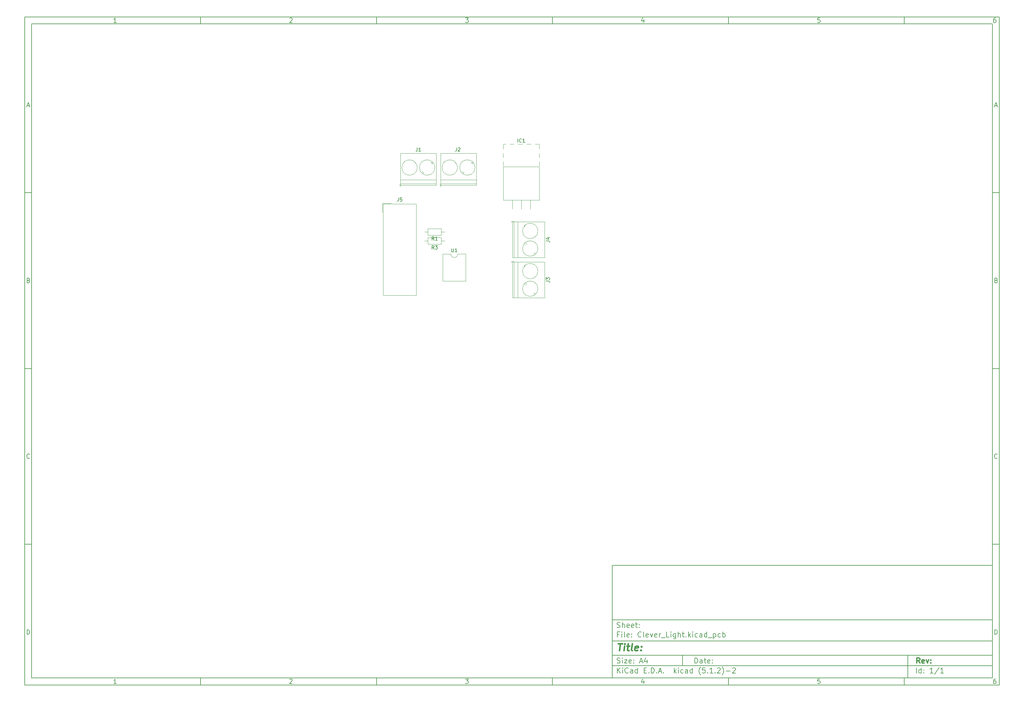
<source format=gbr>
G04 #@! TF.GenerationSoftware,KiCad,Pcbnew,(5.1.2)-2*
G04 #@! TF.CreationDate,2019-08-12T18:41:55+03:00*
G04 #@! TF.ProjectId,Clever_Light,436c6576-6572-45f4-9c69-6768742e6b69,rev?*
G04 #@! TF.SameCoordinates,Original*
G04 #@! TF.FileFunction,Legend,Top*
G04 #@! TF.FilePolarity,Positive*
%FSLAX46Y46*%
G04 Gerber Fmt 4.6, Leading zero omitted, Abs format (unit mm)*
G04 Created by KiCad (PCBNEW (5.1.2)-2) date 2019-08-12 18:41:55*
%MOMM*%
%LPD*%
G04 APERTURE LIST*
%ADD10C,0.100000*%
%ADD11C,0.150000*%
%ADD12C,0.300000*%
%ADD13C,0.400000*%
%ADD14C,0.120000*%
G04 APERTURE END LIST*
D10*
D11*
X177002200Y-166007200D02*
X177002200Y-198007200D01*
X285002200Y-198007200D01*
X285002200Y-166007200D01*
X177002200Y-166007200D01*
D10*
D11*
X10000000Y-10000000D02*
X10000000Y-200007200D01*
X287002200Y-200007200D01*
X287002200Y-10000000D01*
X10000000Y-10000000D01*
D10*
D11*
X12000000Y-12000000D02*
X12000000Y-198007200D01*
X285002200Y-198007200D01*
X285002200Y-12000000D01*
X12000000Y-12000000D01*
D10*
D11*
X60000000Y-12000000D02*
X60000000Y-10000000D01*
D10*
D11*
X110000000Y-12000000D02*
X110000000Y-10000000D01*
D10*
D11*
X160000000Y-12000000D02*
X160000000Y-10000000D01*
D10*
D11*
X210000000Y-12000000D02*
X210000000Y-10000000D01*
D10*
D11*
X260000000Y-12000000D02*
X260000000Y-10000000D01*
D10*
D11*
X36065476Y-11588095D02*
X35322619Y-11588095D01*
X35694047Y-11588095D02*
X35694047Y-10288095D01*
X35570238Y-10473809D01*
X35446428Y-10597619D01*
X35322619Y-10659523D01*
D10*
D11*
X85322619Y-10411904D02*
X85384523Y-10350000D01*
X85508333Y-10288095D01*
X85817857Y-10288095D01*
X85941666Y-10350000D01*
X86003571Y-10411904D01*
X86065476Y-10535714D01*
X86065476Y-10659523D01*
X86003571Y-10845238D01*
X85260714Y-11588095D01*
X86065476Y-11588095D01*
D10*
D11*
X135260714Y-10288095D02*
X136065476Y-10288095D01*
X135632142Y-10783333D01*
X135817857Y-10783333D01*
X135941666Y-10845238D01*
X136003571Y-10907142D01*
X136065476Y-11030952D01*
X136065476Y-11340476D01*
X136003571Y-11464285D01*
X135941666Y-11526190D01*
X135817857Y-11588095D01*
X135446428Y-11588095D01*
X135322619Y-11526190D01*
X135260714Y-11464285D01*
D10*
D11*
X185941666Y-10721428D02*
X185941666Y-11588095D01*
X185632142Y-10226190D02*
X185322619Y-11154761D01*
X186127380Y-11154761D01*
D10*
D11*
X236003571Y-10288095D02*
X235384523Y-10288095D01*
X235322619Y-10907142D01*
X235384523Y-10845238D01*
X235508333Y-10783333D01*
X235817857Y-10783333D01*
X235941666Y-10845238D01*
X236003571Y-10907142D01*
X236065476Y-11030952D01*
X236065476Y-11340476D01*
X236003571Y-11464285D01*
X235941666Y-11526190D01*
X235817857Y-11588095D01*
X235508333Y-11588095D01*
X235384523Y-11526190D01*
X235322619Y-11464285D01*
D10*
D11*
X285941666Y-10288095D02*
X285694047Y-10288095D01*
X285570238Y-10350000D01*
X285508333Y-10411904D01*
X285384523Y-10597619D01*
X285322619Y-10845238D01*
X285322619Y-11340476D01*
X285384523Y-11464285D01*
X285446428Y-11526190D01*
X285570238Y-11588095D01*
X285817857Y-11588095D01*
X285941666Y-11526190D01*
X286003571Y-11464285D01*
X286065476Y-11340476D01*
X286065476Y-11030952D01*
X286003571Y-10907142D01*
X285941666Y-10845238D01*
X285817857Y-10783333D01*
X285570238Y-10783333D01*
X285446428Y-10845238D01*
X285384523Y-10907142D01*
X285322619Y-11030952D01*
D10*
D11*
X60000000Y-198007200D02*
X60000000Y-200007200D01*
D10*
D11*
X110000000Y-198007200D02*
X110000000Y-200007200D01*
D10*
D11*
X160000000Y-198007200D02*
X160000000Y-200007200D01*
D10*
D11*
X210000000Y-198007200D02*
X210000000Y-200007200D01*
D10*
D11*
X260000000Y-198007200D02*
X260000000Y-200007200D01*
D10*
D11*
X36065476Y-199595295D02*
X35322619Y-199595295D01*
X35694047Y-199595295D02*
X35694047Y-198295295D01*
X35570238Y-198481009D01*
X35446428Y-198604819D01*
X35322619Y-198666723D01*
D10*
D11*
X85322619Y-198419104D02*
X85384523Y-198357200D01*
X85508333Y-198295295D01*
X85817857Y-198295295D01*
X85941666Y-198357200D01*
X86003571Y-198419104D01*
X86065476Y-198542914D01*
X86065476Y-198666723D01*
X86003571Y-198852438D01*
X85260714Y-199595295D01*
X86065476Y-199595295D01*
D10*
D11*
X135260714Y-198295295D02*
X136065476Y-198295295D01*
X135632142Y-198790533D01*
X135817857Y-198790533D01*
X135941666Y-198852438D01*
X136003571Y-198914342D01*
X136065476Y-199038152D01*
X136065476Y-199347676D01*
X136003571Y-199471485D01*
X135941666Y-199533390D01*
X135817857Y-199595295D01*
X135446428Y-199595295D01*
X135322619Y-199533390D01*
X135260714Y-199471485D01*
D10*
D11*
X185941666Y-198728628D02*
X185941666Y-199595295D01*
X185632142Y-198233390D02*
X185322619Y-199161961D01*
X186127380Y-199161961D01*
D10*
D11*
X236003571Y-198295295D02*
X235384523Y-198295295D01*
X235322619Y-198914342D01*
X235384523Y-198852438D01*
X235508333Y-198790533D01*
X235817857Y-198790533D01*
X235941666Y-198852438D01*
X236003571Y-198914342D01*
X236065476Y-199038152D01*
X236065476Y-199347676D01*
X236003571Y-199471485D01*
X235941666Y-199533390D01*
X235817857Y-199595295D01*
X235508333Y-199595295D01*
X235384523Y-199533390D01*
X235322619Y-199471485D01*
D10*
D11*
X285941666Y-198295295D02*
X285694047Y-198295295D01*
X285570238Y-198357200D01*
X285508333Y-198419104D01*
X285384523Y-198604819D01*
X285322619Y-198852438D01*
X285322619Y-199347676D01*
X285384523Y-199471485D01*
X285446428Y-199533390D01*
X285570238Y-199595295D01*
X285817857Y-199595295D01*
X285941666Y-199533390D01*
X286003571Y-199471485D01*
X286065476Y-199347676D01*
X286065476Y-199038152D01*
X286003571Y-198914342D01*
X285941666Y-198852438D01*
X285817857Y-198790533D01*
X285570238Y-198790533D01*
X285446428Y-198852438D01*
X285384523Y-198914342D01*
X285322619Y-199038152D01*
D10*
D11*
X10000000Y-60000000D02*
X12000000Y-60000000D01*
D10*
D11*
X10000000Y-110000000D02*
X12000000Y-110000000D01*
D10*
D11*
X10000000Y-160000000D02*
X12000000Y-160000000D01*
D10*
D11*
X10690476Y-35216666D02*
X11309523Y-35216666D01*
X10566666Y-35588095D02*
X11000000Y-34288095D01*
X11433333Y-35588095D01*
D10*
D11*
X11092857Y-84907142D02*
X11278571Y-84969047D01*
X11340476Y-85030952D01*
X11402380Y-85154761D01*
X11402380Y-85340476D01*
X11340476Y-85464285D01*
X11278571Y-85526190D01*
X11154761Y-85588095D01*
X10659523Y-85588095D01*
X10659523Y-84288095D01*
X11092857Y-84288095D01*
X11216666Y-84350000D01*
X11278571Y-84411904D01*
X11340476Y-84535714D01*
X11340476Y-84659523D01*
X11278571Y-84783333D01*
X11216666Y-84845238D01*
X11092857Y-84907142D01*
X10659523Y-84907142D01*
D10*
D11*
X11402380Y-135464285D02*
X11340476Y-135526190D01*
X11154761Y-135588095D01*
X11030952Y-135588095D01*
X10845238Y-135526190D01*
X10721428Y-135402380D01*
X10659523Y-135278571D01*
X10597619Y-135030952D01*
X10597619Y-134845238D01*
X10659523Y-134597619D01*
X10721428Y-134473809D01*
X10845238Y-134350000D01*
X11030952Y-134288095D01*
X11154761Y-134288095D01*
X11340476Y-134350000D01*
X11402380Y-134411904D01*
D10*
D11*
X10659523Y-185588095D02*
X10659523Y-184288095D01*
X10969047Y-184288095D01*
X11154761Y-184350000D01*
X11278571Y-184473809D01*
X11340476Y-184597619D01*
X11402380Y-184845238D01*
X11402380Y-185030952D01*
X11340476Y-185278571D01*
X11278571Y-185402380D01*
X11154761Y-185526190D01*
X10969047Y-185588095D01*
X10659523Y-185588095D01*
D10*
D11*
X287002200Y-60000000D02*
X285002200Y-60000000D01*
D10*
D11*
X287002200Y-110000000D02*
X285002200Y-110000000D01*
D10*
D11*
X287002200Y-160000000D02*
X285002200Y-160000000D01*
D10*
D11*
X285692676Y-35216666D02*
X286311723Y-35216666D01*
X285568866Y-35588095D02*
X286002200Y-34288095D01*
X286435533Y-35588095D01*
D10*
D11*
X286095057Y-84907142D02*
X286280771Y-84969047D01*
X286342676Y-85030952D01*
X286404580Y-85154761D01*
X286404580Y-85340476D01*
X286342676Y-85464285D01*
X286280771Y-85526190D01*
X286156961Y-85588095D01*
X285661723Y-85588095D01*
X285661723Y-84288095D01*
X286095057Y-84288095D01*
X286218866Y-84350000D01*
X286280771Y-84411904D01*
X286342676Y-84535714D01*
X286342676Y-84659523D01*
X286280771Y-84783333D01*
X286218866Y-84845238D01*
X286095057Y-84907142D01*
X285661723Y-84907142D01*
D10*
D11*
X286404580Y-135464285D02*
X286342676Y-135526190D01*
X286156961Y-135588095D01*
X286033152Y-135588095D01*
X285847438Y-135526190D01*
X285723628Y-135402380D01*
X285661723Y-135278571D01*
X285599819Y-135030952D01*
X285599819Y-134845238D01*
X285661723Y-134597619D01*
X285723628Y-134473809D01*
X285847438Y-134350000D01*
X286033152Y-134288095D01*
X286156961Y-134288095D01*
X286342676Y-134350000D01*
X286404580Y-134411904D01*
D10*
D11*
X285661723Y-185588095D02*
X285661723Y-184288095D01*
X285971247Y-184288095D01*
X286156961Y-184350000D01*
X286280771Y-184473809D01*
X286342676Y-184597619D01*
X286404580Y-184845238D01*
X286404580Y-185030952D01*
X286342676Y-185278571D01*
X286280771Y-185402380D01*
X286156961Y-185526190D01*
X285971247Y-185588095D01*
X285661723Y-185588095D01*
D10*
D11*
X200434342Y-193785771D02*
X200434342Y-192285771D01*
X200791485Y-192285771D01*
X201005771Y-192357200D01*
X201148628Y-192500057D01*
X201220057Y-192642914D01*
X201291485Y-192928628D01*
X201291485Y-193142914D01*
X201220057Y-193428628D01*
X201148628Y-193571485D01*
X201005771Y-193714342D01*
X200791485Y-193785771D01*
X200434342Y-193785771D01*
X202577200Y-193785771D02*
X202577200Y-193000057D01*
X202505771Y-192857200D01*
X202362914Y-192785771D01*
X202077200Y-192785771D01*
X201934342Y-192857200D01*
X202577200Y-193714342D02*
X202434342Y-193785771D01*
X202077200Y-193785771D01*
X201934342Y-193714342D01*
X201862914Y-193571485D01*
X201862914Y-193428628D01*
X201934342Y-193285771D01*
X202077200Y-193214342D01*
X202434342Y-193214342D01*
X202577200Y-193142914D01*
X203077200Y-192785771D02*
X203648628Y-192785771D01*
X203291485Y-192285771D02*
X203291485Y-193571485D01*
X203362914Y-193714342D01*
X203505771Y-193785771D01*
X203648628Y-193785771D01*
X204720057Y-193714342D02*
X204577200Y-193785771D01*
X204291485Y-193785771D01*
X204148628Y-193714342D01*
X204077200Y-193571485D01*
X204077200Y-193000057D01*
X204148628Y-192857200D01*
X204291485Y-192785771D01*
X204577200Y-192785771D01*
X204720057Y-192857200D01*
X204791485Y-193000057D01*
X204791485Y-193142914D01*
X204077200Y-193285771D01*
X205434342Y-193642914D02*
X205505771Y-193714342D01*
X205434342Y-193785771D01*
X205362914Y-193714342D01*
X205434342Y-193642914D01*
X205434342Y-193785771D01*
X205434342Y-192857200D02*
X205505771Y-192928628D01*
X205434342Y-193000057D01*
X205362914Y-192928628D01*
X205434342Y-192857200D01*
X205434342Y-193000057D01*
D10*
D11*
X177002200Y-194507200D02*
X285002200Y-194507200D01*
D10*
D11*
X178434342Y-196585771D02*
X178434342Y-195085771D01*
X179291485Y-196585771D02*
X178648628Y-195728628D01*
X179291485Y-195085771D02*
X178434342Y-195942914D01*
X179934342Y-196585771D02*
X179934342Y-195585771D01*
X179934342Y-195085771D02*
X179862914Y-195157200D01*
X179934342Y-195228628D01*
X180005771Y-195157200D01*
X179934342Y-195085771D01*
X179934342Y-195228628D01*
X181505771Y-196442914D02*
X181434342Y-196514342D01*
X181220057Y-196585771D01*
X181077200Y-196585771D01*
X180862914Y-196514342D01*
X180720057Y-196371485D01*
X180648628Y-196228628D01*
X180577200Y-195942914D01*
X180577200Y-195728628D01*
X180648628Y-195442914D01*
X180720057Y-195300057D01*
X180862914Y-195157200D01*
X181077200Y-195085771D01*
X181220057Y-195085771D01*
X181434342Y-195157200D01*
X181505771Y-195228628D01*
X182791485Y-196585771D02*
X182791485Y-195800057D01*
X182720057Y-195657200D01*
X182577200Y-195585771D01*
X182291485Y-195585771D01*
X182148628Y-195657200D01*
X182791485Y-196514342D02*
X182648628Y-196585771D01*
X182291485Y-196585771D01*
X182148628Y-196514342D01*
X182077200Y-196371485D01*
X182077200Y-196228628D01*
X182148628Y-196085771D01*
X182291485Y-196014342D01*
X182648628Y-196014342D01*
X182791485Y-195942914D01*
X184148628Y-196585771D02*
X184148628Y-195085771D01*
X184148628Y-196514342D02*
X184005771Y-196585771D01*
X183720057Y-196585771D01*
X183577200Y-196514342D01*
X183505771Y-196442914D01*
X183434342Y-196300057D01*
X183434342Y-195871485D01*
X183505771Y-195728628D01*
X183577200Y-195657200D01*
X183720057Y-195585771D01*
X184005771Y-195585771D01*
X184148628Y-195657200D01*
X186005771Y-195800057D02*
X186505771Y-195800057D01*
X186720057Y-196585771D02*
X186005771Y-196585771D01*
X186005771Y-195085771D01*
X186720057Y-195085771D01*
X187362914Y-196442914D02*
X187434342Y-196514342D01*
X187362914Y-196585771D01*
X187291485Y-196514342D01*
X187362914Y-196442914D01*
X187362914Y-196585771D01*
X188077200Y-196585771D02*
X188077200Y-195085771D01*
X188434342Y-195085771D01*
X188648628Y-195157200D01*
X188791485Y-195300057D01*
X188862914Y-195442914D01*
X188934342Y-195728628D01*
X188934342Y-195942914D01*
X188862914Y-196228628D01*
X188791485Y-196371485D01*
X188648628Y-196514342D01*
X188434342Y-196585771D01*
X188077200Y-196585771D01*
X189577200Y-196442914D02*
X189648628Y-196514342D01*
X189577200Y-196585771D01*
X189505771Y-196514342D01*
X189577200Y-196442914D01*
X189577200Y-196585771D01*
X190220057Y-196157200D02*
X190934342Y-196157200D01*
X190077200Y-196585771D02*
X190577200Y-195085771D01*
X191077200Y-196585771D01*
X191577200Y-196442914D02*
X191648628Y-196514342D01*
X191577200Y-196585771D01*
X191505771Y-196514342D01*
X191577200Y-196442914D01*
X191577200Y-196585771D01*
X194577200Y-196585771D02*
X194577200Y-195085771D01*
X194720057Y-196014342D02*
X195148628Y-196585771D01*
X195148628Y-195585771D02*
X194577200Y-196157200D01*
X195791485Y-196585771D02*
X195791485Y-195585771D01*
X195791485Y-195085771D02*
X195720057Y-195157200D01*
X195791485Y-195228628D01*
X195862914Y-195157200D01*
X195791485Y-195085771D01*
X195791485Y-195228628D01*
X197148628Y-196514342D02*
X197005771Y-196585771D01*
X196720057Y-196585771D01*
X196577200Y-196514342D01*
X196505771Y-196442914D01*
X196434342Y-196300057D01*
X196434342Y-195871485D01*
X196505771Y-195728628D01*
X196577200Y-195657200D01*
X196720057Y-195585771D01*
X197005771Y-195585771D01*
X197148628Y-195657200D01*
X198434342Y-196585771D02*
X198434342Y-195800057D01*
X198362914Y-195657200D01*
X198220057Y-195585771D01*
X197934342Y-195585771D01*
X197791485Y-195657200D01*
X198434342Y-196514342D02*
X198291485Y-196585771D01*
X197934342Y-196585771D01*
X197791485Y-196514342D01*
X197720057Y-196371485D01*
X197720057Y-196228628D01*
X197791485Y-196085771D01*
X197934342Y-196014342D01*
X198291485Y-196014342D01*
X198434342Y-195942914D01*
X199791485Y-196585771D02*
X199791485Y-195085771D01*
X199791485Y-196514342D02*
X199648628Y-196585771D01*
X199362914Y-196585771D01*
X199220057Y-196514342D01*
X199148628Y-196442914D01*
X199077200Y-196300057D01*
X199077200Y-195871485D01*
X199148628Y-195728628D01*
X199220057Y-195657200D01*
X199362914Y-195585771D01*
X199648628Y-195585771D01*
X199791485Y-195657200D01*
X202077200Y-197157200D02*
X202005771Y-197085771D01*
X201862914Y-196871485D01*
X201791485Y-196728628D01*
X201720057Y-196514342D01*
X201648628Y-196157200D01*
X201648628Y-195871485D01*
X201720057Y-195514342D01*
X201791485Y-195300057D01*
X201862914Y-195157200D01*
X202005771Y-194942914D01*
X202077200Y-194871485D01*
X203362914Y-195085771D02*
X202648628Y-195085771D01*
X202577200Y-195800057D01*
X202648628Y-195728628D01*
X202791485Y-195657200D01*
X203148628Y-195657200D01*
X203291485Y-195728628D01*
X203362914Y-195800057D01*
X203434342Y-195942914D01*
X203434342Y-196300057D01*
X203362914Y-196442914D01*
X203291485Y-196514342D01*
X203148628Y-196585771D01*
X202791485Y-196585771D01*
X202648628Y-196514342D01*
X202577200Y-196442914D01*
X204077200Y-196442914D02*
X204148628Y-196514342D01*
X204077200Y-196585771D01*
X204005771Y-196514342D01*
X204077200Y-196442914D01*
X204077200Y-196585771D01*
X205577200Y-196585771D02*
X204720057Y-196585771D01*
X205148628Y-196585771D02*
X205148628Y-195085771D01*
X205005771Y-195300057D01*
X204862914Y-195442914D01*
X204720057Y-195514342D01*
X206220057Y-196442914D02*
X206291485Y-196514342D01*
X206220057Y-196585771D01*
X206148628Y-196514342D01*
X206220057Y-196442914D01*
X206220057Y-196585771D01*
X206862914Y-195228628D02*
X206934342Y-195157200D01*
X207077200Y-195085771D01*
X207434342Y-195085771D01*
X207577200Y-195157200D01*
X207648628Y-195228628D01*
X207720057Y-195371485D01*
X207720057Y-195514342D01*
X207648628Y-195728628D01*
X206791485Y-196585771D01*
X207720057Y-196585771D01*
X208220057Y-197157200D02*
X208291485Y-197085771D01*
X208434342Y-196871485D01*
X208505771Y-196728628D01*
X208577200Y-196514342D01*
X208648628Y-196157200D01*
X208648628Y-195871485D01*
X208577200Y-195514342D01*
X208505771Y-195300057D01*
X208434342Y-195157200D01*
X208291485Y-194942914D01*
X208220057Y-194871485D01*
X209362914Y-196014342D02*
X210505771Y-196014342D01*
X211148628Y-195228628D02*
X211220057Y-195157200D01*
X211362914Y-195085771D01*
X211720057Y-195085771D01*
X211862914Y-195157200D01*
X211934342Y-195228628D01*
X212005771Y-195371485D01*
X212005771Y-195514342D01*
X211934342Y-195728628D01*
X211077200Y-196585771D01*
X212005771Y-196585771D01*
D10*
D11*
X177002200Y-191507200D02*
X285002200Y-191507200D01*
D10*
D12*
X264411485Y-193785771D02*
X263911485Y-193071485D01*
X263554342Y-193785771D02*
X263554342Y-192285771D01*
X264125771Y-192285771D01*
X264268628Y-192357200D01*
X264340057Y-192428628D01*
X264411485Y-192571485D01*
X264411485Y-192785771D01*
X264340057Y-192928628D01*
X264268628Y-193000057D01*
X264125771Y-193071485D01*
X263554342Y-193071485D01*
X265625771Y-193714342D02*
X265482914Y-193785771D01*
X265197200Y-193785771D01*
X265054342Y-193714342D01*
X264982914Y-193571485D01*
X264982914Y-193000057D01*
X265054342Y-192857200D01*
X265197200Y-192785771D01*
X265482914Y-192785771D01*
X265625771Y-192857200D01*
X265697200Y-193000057D01*
X265697200Y-193142914D01*
X264982914Y-193285771D01*
X266197200Y-192785771D02*
X266554342Y-193785771D01*
X266911485Y-192785771D01*
X267482914Y-193642914D02*
X267554342Y-193714342D01*
X267482914Y-193785771D01*
X267411485Y-193714342D01*
X267482914Y-193642914D01*
X267482914Y-193785771D01*
X267482914Y-192857200D02*
X267554342Y-192928628D01*
X267482914Y-193000057D01*
X267411485Y-192928628D01*
X267482914Y-192857200D01*
X267482914Y-193000057D01*
D10*
D11*
X178362914Y-193714342D02*
X178577200Y-193785771D01*
X178934342Y-193785771D01*
X179077200Y-193714342D01*
X179148628Y-193642914D01*
X179220057Y-193500057D01*
X179220057Y-193357200D01*
X179148628Y-193214342D01*
X179077200Y-193142914D01*
X178934342Y-193071485D01*
X178648628Y-193000057D01*
X178505771Y-192928628D01*
X178434342Y-192857200D01*
X178362914Y-192714342D01*
X178362914Y-192571485D01*
X178434342Y-192428628D01*
X178505771Y-192357200D01*
X178648628Y-192285771D01*
X179005771Y-192285771D01*
X179220057Y-192357200D01*
X179862914Y-193785771D02*
X179862914Y-192785771D01*
X179862914Y-192285771D02*
X179791485Y-192357200D01*
X179862914Y-192428628D01*
X179934342Y-192357200D01*
X179862914Y-192285771D01*
X179862914Y-192428628D01*
X180434342Y-192785771D02*
X181220057Y-192785771D01*
X180434342Y-193785771D01*
X181220057Y-193785771D01*
X182362914Y-193714342D02*
X182220057Y-193785771D01*
X181934342Y-193785771D01*
X181791485Y-193714342D01*
X181720057Y-193571485D01*
X181720057Y-193000057D01*
X181791485Y-192857200D01*
X181934342Y-192785771D01*
X182220057Y-192785771D01*
X182362914Y-192857200D01*
X182434342Y-193000057D01*
X182434342Y-193142914D01*
X181720057Y-193285771D01*
X183077200Y-193642914D02*
X183148628Y-193714342D01*
X183077200Y-193785771D01*
X183005771Y-193714342D01*
X183077200Y-193642914D01*
X183077200Y-193785771D01*
X183077200Y-192857200D02*
X183148628Y-192928628D01*
X183077200Y-193000057D01*
X183005771Y-192928628D01*
X183077200Y-192857200D01*
X183077200Y-193000057D01*
X184862914Y-193357200D02*
X185577200Y-193357200D01*
X184720057Y-193785771D02*
X185220057Y-192285771D01*
X185720057Y-193785771D01*
X186862914Y-192785771D02*
X186862914Y-193785771D01*
X186505771Y-192214342D02*
X186148628Y-193285771D01*
X187077200Y-193285771D01*
D10*
D11*
X263434342Y-196585771D02*
X263434342Y-195085771D01*
X264791485Y-196585771D02*
X264791485Y-195085771D01*
X264791485Y-196514342D02*
X264648628Y-196585771D01*
X264362914Y-196585771D01*
X264220057Y-196514342D01*
X264148628Y-196442914D01*
X264077200Y-196300057D01*
X264077200Y-195871485D01*
X264148628Y-195728628D01*
X264220057Y-195657200D01*
X264362914Y-195585771D01*
X264648628Y-195585771D01*
X264791485Y-195657200D01*
X265505771Y-196442914D02*
X265577200Y-196514342D01*
X265505771Y-196585771D01*
X265434342Y-196514342D01*
X265505771Y-196442914D01*
X265505771Y-196585771D01*
X265505771Y-195657200D02*
X265577200Y-195728628D01*
X265505771Y-195800057D01*
X265434342Y-195728628D01*
X265505771Y-195657200D01*
X265505771Y-195800057D01*
X268148628Y-196585771D02*
X267291485Y-196585771D01*
X267720057Y-196585771D02*
X267720057Y-195085771D01*
X267577200Y-195300057D01*
X267434342Y-195442914D01*
X267291485Y-195514342D01*
X269862914Y-195014342D02*
X268577200Y-196942914D01*
X271148628Y-196585771D02*
X270291485Y-196585771D01*
X270720057Y-196585771D02*
X270720057Y-195085771D01*
X270577200Y-195300057D01*
X270434342Y-195442914D01*
X270291485Y-195514342D01*
D10*
D11*
X177002200Y-187507200D02*
X285002200Y-187507200D01*
D10*
D13*
X178714580Y-188211961D02*
X179857438Y-188211961D01*
X179036009Y-190211961D02*
X179286009Y-188211961D01*
X180274104Y-190211961D02*
X180440771Y-188878628D01*
X180524104Y-188211961D02*
X180416961Y-188307200D01*
X180500295Y-188402438D01*
X180607438Y-188307200D01*
X180524104Y-188211961D01*
X180500295Y-188402438D01*
X181107438Y-188878628D02*
X181869342Y-188878628D01*
X181476485Y-188211961D02*
X181262200Y-189926247D01*
X181333628Y-190116723D01*
X181512200Y-190211961D01*
X181702676Y-190211961D01*
X182655057Y-190211961D02*
X182476485Y-190116723D01*
X182405057Y-189926247D01*
X182619342Y-188211961D01*
X184190771Y-190116723D02*
X183988390Y-190211961D01*
X183607438Y-190211961D01*
X183428866Y-190116723D01*
X183357438Y-189926247D01*
X183452676Y-189164342D01*
X183571723Y-188973866D01*
X183774104Y-188878628D01*
X184155057Y-188878628D01*
X184333628Y-188973866D01*
X184405057Y-189164342D01*
X184381247Y-189354819D01*
X183405057Y-189545295D01*
X185155057Y-190021485D02*
X185238390Y-190116723D01*
X185131247Y-190211961D01*
X185047914Y-190116723D01*
X185155057Y-190021485D01*
X185131247Y-190211961D01*
X185286009Y-188973866D02*
X185369342Y-189069104D01*
X185262200Y-189164342D01*
X185178866Y-189069104D01*
X185286009Y-188973866D01*
X185262200Y-189164342D01*
D10*
D11*
X178934342Y-185600057D02*
X178434342Y-185600057D01*
X178434342Y-186385771D02*
X178434342Y-184885771D01*
X179148628Y-184885771D01*
X179720057Y-186385771D02*
X179720057Y-185385771D01*
X179720057Y-184885771D02*
X179648628Y-184957200D01*
X179720057Y-185028628D01*
X179791485Y-184957200D01*
X179720057Y-184885771D01*
X179720057Y-185028628D01*
X180648628Y-186385771D02*
X180505771Y-186314342D01*
X180434342Y-186171485D01*
X180434342Y-184885771D01*
X181791485Y-186314342D02*
X181648628Y-186385771D01*
X181362914Y-186385771D01*
X181220057Y-186314342D01*
X181148628Y-186171485D01*
X181148628Y-185600057D01*
X181220057Y-185457200D01*
X181362914Y-185385771D01*
X181648628Y-185385771D01*
X181791485Y-185457200D01*
X181862914Y-185600057D01*
X181862914Y-185742914D01*
X181148628Y-185885771D01*
X182505771Y-186242914D02*
X182577200Y-186314342D01*
X182505771Y-186385771D01*
X182434342Y-186314342D01*
X182505771Y-186242914D01*
X182505771Y-186385771D01*
X182505771Y-185457200D02*
X182577200Y-185528628D01*
X182505771Y-185600057D01*
X182434342Y-185528628D01*
X182505771Y-185457200D01*
X182505771Y-185600057D01*
X185220057Y-186242914D02*
X185148628Y-186314342D01*
X184934342Y-186385771D01*
X184791485Y-186385771D01*
X184577200Y-186314342D01*
X184434342Y-186171485D01*
X184362914Y-186028628D01*
X184291485Y-185742914D01*
X184291485Y-185528628D01*
X184362914Y-185242914D01*
X184434342Y-185100057D01*
X184577200Y-184957200D01*
X184791485Y-184885771D01*
X184934342Y-184885771D01*
X185148628Y-184957200D01*
X185220057Y-185028628D01*
X186077200Y-186385771D02*
X185934342Y-186314342D01*
X185862914Y-186171485D01*
X185862914Y-184885771D01*
X187220057Y-186314342D02*
X187077200Y-186385771D01*
X186791485Y-186385771D01*
X186648628Y-186314342D01*
X186577200Y-186171485D01*
X186577200Y-185600057D01*
X186648628Y-185457200D01*
X186791485Y-185385771D01*
X187077200Y-185385771D01*
X187220057Y-185457200D01*
X187291485Y-185600057D01*
X187291485Y-185742914D01*
X186577200Y-185885771D01*
X187791485Y-185385771D02*
X188148628Y-186385771D01*
X188505771Y-185385771D01*
X189648628Y-186314342D02*
X189505771Y-186385771D01*
X189220057Y-186385771D01*
X189077200Y-186314342D01*
X189005771Y-186171485D01*
X189005771Y-185600057D01*
X189077200Y-185457200D01*
X189220057Y-185385771D01*
X189505771Y-185385771D01*
X189648628Y-185457200D01*
X189720057Y-185600057D01*
X189720057Y-185742914D01*
X189005771Y-185885771D01*
X190362914Y-186385771D02*
X190362914Y-185385771D01*
X190362914Y-185671485D02*
X190434342Y-185528628D01*
X190505771Y-185457200D01*
X190648628Y-185385771D01*
X190791485Y-185385771D01*
X190934342Y-186528628D02*
X192077200Y-186528628D01*
X193148628Y-186385771D02*
X192434342Y-186385771D01*
X192434342Y-184885771D01*
X193648628Y-186385771D02*
X193648628Y-185385771D01*
X193648628Y-184885771D02*
X193577200Y-184957200D01*
X193648628Y-185028628D01*
X193720057Y-184957200D01*
X193648628Y-184885771D01*
X193648628Y-185028628D01*
X195005771Y-185385771D02*
X195005771Y-186600057D01*
X194934342Y-186742914D01*
X194862914Y-186814342D01*
X194720057Y-186885771D01*
X194505771Y-186885771D01*
X194362914Y-186814342D01*
X195005771Y-186314342D02*
X194862914Y-186385771D01*
X194577200Y-186385771D01*
X194434342Y-186314342D01*
X194362914Y-186242914D01*
X194291485Y-186100057D01*
X194291485Y-185671485D01*
X194362914Y-185528628D01*
X194434342Y-185457200D01*
X194577200Y-185385771D01*
X194862914Y-185385771D01*
X195005771Y-185457200D01*
X195720057Y-186385771D02*
X195720057Y-184885771D01*
X196362914Y-186385771D02*
X196362914Y-185600057D01*
X196291485Y-185457200D01*
X196148628Y-185385771D01*
X195934342Y-185385771D01*
X195791485Y-185457200D01*
X195720057Y-185528628D01*
X196862914Y-185385771D02*
X197434342Y-185385771D01*
X197077200Y-184885771D02*
X197077200Y-186171485D01*
X197148628Y-186314342D01*
X197291485Y-186385771D01*
X197434342Y-186385771D01*
X197934342Y-186242914D02*
X198005771Y-186314342D01*
X197934342Y-186385771D01*
X197862914Y-186314342D01*
X197934342Y-186242914D01*
X197934342Y-186385771D01*
X198648628Y-186385771D02*
X198648628Y-184885771D01*
X198791485Y-185814342D02*
X199220057Y-186385771D01*
X199220057Y-185385771D02*
X198648628Y-185957200D01*
X199862914Y-186385771D02*
X199862914Y-185385771D01*
X199862914Y-184885771D02*
X199791485Y-184957200D01*
X199862914Y-185028628D01*
X199934342Y-184957200D01*
X199862914Y-184885771D01*
X199862914Y-185028628D01*
X201220057Y-186314342D02*
X201077200Y-186385771D01*
X200791485Y-186385771D01*
X200648628Y-186314342D01*
X200577200Y-186242914D01*
X200505771Y-186100057D01*
X200505771Y-185671485D01*
X200577200Y-185528628D01*
X200648628Y-185457200D01*
X200791485Y-185385771D01*
X201077200Y-185385771D01*
X201220057Y-185457200D01*
X202505771Y-186385771D02*
X202505771Y-185600057D01*
X202434342Y-185457200D01*
X202291485Y-185385771D01*
X202005771Y-185385771D01*
X201862914Y-185457200D01*
X202505771Y-186314342D02*
X202362914Y-186385771D01*
X202005771Y-186385771D01*
X201862914Y-186314342D01*
X201791485Y-186171485D01*
X201791485Y-186028628D01*
X201862914Y-185885771D01*
X202005771Y-185814342D01*
X202362914Y-185814342D01*
X202505771Y-185742914D01*
X203862914Y-186385771D02*
X203862914Y-184885771D01*
X203862914Y-186314342D02*
X203720057Y-186385771D01*
X203434342Y-186385771D01*
X203291485Y-186314342D01*
X203220057Y-186242914D01*
X203148628Y-186100057D01*
X203148628Y-185671485D01*
X203220057Y-185528628D01*
X203291485Y-185457200D01*
X203434342Y-185385771D01*
X203720057Y-185385771D01*
X203862914Y-185457200D01*
X204220057Y-186528628D02*
X205362914Y-186528628D01*
X205720057Y-185385771D02*
X205720057Y-186885771D01*
X205720057Y-185457200D02*
X205862914Y-185385771D01*
X206148628Y-185385771D01*
X206291485Y-185457200D01*
X206362914Y-185528628D01*
X206434342Y-185671485D01*
X206434342Y-186100057D01*
X206362914Y-186242914D01*
X206291485Y-186314342D01*
X206148628Y-186385771D01*
X205862914Y-186385771D01*
X205720057Y-186314342D01*
X207720057Y-186314342D02*
X207577200Y-186385771D01*
X207291485Y-186385771D01*
X207148628Y-186314342D01*
X207077200Y-186242914D01*
X207005771Y-186100057D01*
X207005771Y-185671485D01*
X207077200Y-185528628D01*
X207148628Y-185457200D01*
X207291485Y-185385771D01*
X207577200Y-185385771D01*
X207720057Y-185457200D01*
X208362914Y-186385771D02*
X208362914Y-184885771D01*
X208362914Y-185457200D02*
X208505771Y-185385771D01*
X208791485Y-185385771D01*
X208934342Y-185457200D01*
X209005771Y-185528628D01*
X209077200Y-185671485D01*
X209077200Y-186100057D01*
X209005771Y-186242914D01*
X208934342Y-186314342D01*
X208791485Y-186385771D01*
X208505771Y-186385771D01*
X208362914Y-186314342D01*
D10*
D11*
X177002200Y-181507200D02*
X285002200Y-181507200D01*
D10*
D11*
X178362914Y-183614342D02*
X178577200Y-183685771D01*
X178934342Y-183685771D01*
X179077200Y-183614342D01*
X179148628Y-183542914D01*
X179220057Y-183400057D01*
X179220057Y-183257200D01*
X179148628Y-183114342D01*
X179077200Y-183042914D01*
X178934342Y-182971485D01*
X178648628Y-182900057D01*
X178505771Y-182828628D01*
X178434342Y-182757200D01*
X178362914Y-182614342D01*
X178362914Y-182471485D01*
X178434342Y-182328628D01*
X178505771Y-182257200D01*
X178648628Y-182185771D01*
X179005771Y-182185771D01*
X179220057Y-182257200D01*
X179862914Y-183685771D02*
X179862914Y-182185771D01*
X180505771Y-183685771D02*
X180505771Y-182900057D01*
X180434342Y-182757200D01*
X180291485Y-182685771D01*
X180077200Y-182685771D01*
X179934342Y-182757200D01*
X179862914Y-182828628D01*
X181791485Y-183614342D02*
X181648628Y-183685771D01*
X181362914Y-183685771D01*
X181220057Y-183614342D01*
X181148628Y-183471485D01*
X181148628Y-182900057D01*
X181220057Y-182757200D01*
X181362914Y-182685771D01*
X181648628Y-182685771D01*
X181791485Y-182757200D01*
X181862914Y-182900057D01*
X181862914Y-183042914D01*
X181148628Y-183185771D01*
X183077200Y-183614342D02*
X182934342Y-183685771D01*
X182648628Y-183685771D01*
X182505771Y-183614342D01*
X182434342Y-183471485D01*
X182434342Y-182900057D01*
X182505771Y-182757200D01*
X182648628Y-182685771D01*
X182934342Y-182685771D01*
X183077200Y-182757200D01*
X183148628Y-182900057D01*
X183148628Y-183042914D01*
X182434342Y-183185771D01*
X183577200Y-182685771D02*
X184148628Y-182685771D01*
X183791485Y-182185771D02*
X183791485Y-183471485D01*
X183862914Y-183614342D01*
X184005771Y-183685771D01*
X184148628Y-183685771D01*
X184648628Y-183542914D02*
X184720057Y-183614342D01*
X184648628Y-183685771D01*
X184577200Y-183614342D01*
X184648628Y-183542914D01*
X184648628Y-183685771D01*
X184648628Y-182757200D02*
X184720057Y-182828628D01*
X184648628Y-182900057D01*
X184577200Y-182828628D01*
X184648628Y-182757200D01*
X184648628Y-182900057D01*
D10*
D11*
X197002200Y-191507200D02*
X197002200Y-194507200D01*
D10*
D11*
X261002200Y-191507200D02*
X261002200Y-198007200D01*
D14*
X148590000Y-64636000D02*
X148590000Y-62096000D01*
X151130000Y-64636000D02*
X151130000Y-62096000D01*
X153670000Y-64636000D02*
X153670000Y-62096000D01*
X146010000Y-47566000D02*
X146010000Y-46366000D01*
X146010000Y-49966000D02*
X146010000Y-48766000D01*
X146010000Y-52366000D02*
X146010000Y-51166000D01*
X156250000Y-47566000D02*
X156250000Y-46366000D01*
X156250000Y-49966000D02*
X156250000Y-48766000D01*
X156250000Y-52366000D02*
X156250000Y-51166000D01*
X146650000Y-46206000D02*
X146010000Y-46206000D01*
X149050000Y-46206000D02*
X147850000Y-46206000D01*
X151450000Y-46206000D02*
X150250000Y-46206000D01*
X153851000Y-46206000D02*
X152650000Y-46206000D01*
X156250000Y-46206000D02*
X155050000Y-46206000D01*
X146010000Y-62096000D02*
X146010000Y-52606000D01*
X156250000Y-62096000D02*
X156250000Y-52606000D01*
X156250000Y-52606000D02*
X146010000Y-52606000D01*
X156250000Y-62096000D02*
X146010000Y-62096000D01*
X123622000Y-73660000D02*
X124572000Y-73660000D01*
X129362000Y-73660000D02*
X128412000Y-73660000D01*
X124572000Y-74580000D02*
X128412000Y-74580000D01*
X124572000Y-72740000D02*
X124572000Y-74580000D01*
X128412000Y-72740000D02*
X124572000Y-72740000D01*
X128412000Y-74580000D02*
X128412000Y-72740000D01*
X123622000Y-71120000D02*
X124572000Y-71120000D01*
X129362000Y-71120000D02*
X128412000Y-71120000D01*
X124572000Y-72040000D02*
X128412000Y-72040000D01*
X124572000Y-70200000D02*
X124572000Y-72040000D01*
X128412000Y-70200000D02*
X124572000Y-70200000D01*
X128412000Y-72040000D02*
X128412000Y-70200000D01*
X135315000Y-77410000D02*
X133080000Y-77410000D01*
X135315000Y-85150000D02*
X135315000Y-77410000D01*
X128845000Y-85150000D02*
X135315000Y-85150000D01*
X128845000Y-77410000D02*
X128845000Y-85150000D01*
X131080000Y-77410000D02*
X128845000Y-77410000D01*
X133080000Y-77410000D02*
G75*
G02X131080000Y-77410000I-1000000J0D01*
G01*
X111661000Y-62980000D02*
X114201000Y-62980000D01*
X111661000Y-62980000D02*
X111661000Y-65520000D01*
X111911000Y-63230000D02*
X121261000Y-63230000D01*
X111911000Y-89170000D02*
X111911000Y-63230000D01*
X121261000Y-89170000D02*
X111911000Y-89170000D01*
X121261000Y-63230000D02*
X121261000Y-89170000D01*
X128010000Y-58132000D02*
X128410000Y-58132000D01*
X128010000Y-57492000D02*
X128010000Y-58132000D01*
X134552000Y-53824000D02*
X134157000Y-54220000D01*
X137198000Y-51178000D02*
X136818000Y-51558000D01*
X134803000Y-54106000D02*
X134423000Y-54486000D01*
X137464000Y-51444000D02*
X137069000Y-51840000D01*
X129262000Y-54113000D02*
X129156000Y-54220000D01*
X132198000Y-51178000D02*
X132091000Y-51285000D01*
X129528000Y-54379000D02*
X129422000Y-54486000D01*
X132464000Y-51444000D02*
X132357000Y-51551000D01*
X138370000Y-48772000D02*
X138370000Y-57892000D01*
X128250000Y-48772000D02*
X128250000Y-57892000D01*
X128250000Y-57892000D02*
X138370000Y-57892000D01*
X128250000Y-48772000D02*
X138370000Y-48772000D01*
X128250000Y-56332000D02*
X138370000Y-56332000D01*
X128250000Y-57432000D02*
X138370000Y-57432000D01*
X137990000Y-52832000D02*
G75*
G03X137990000Y-52832000I-2180000J0D01*
G01*
X132990000Y-52832000D02*
G75*
G03X132990000Y-52832000I-2180000J0D01*
G01*
X116580000Y-58132000D02*
X116980000Y-58132000D01*
X116580000Y-57492000D02*
X116580000Y-58132000D01*
X123122000Y-53824000D02*
X122727000Y-54220000D01*
X125768000Y-51178000D02*
X125388000Y-51558000D01*
X123373000Y-54106000D02*
X122993000Y-54486000D01*
X126034000Y-51444000D02*
X125639000Y-51840000D01*
X117832000Y-54113000D02*
X117726000Y-54220000D01*
X120768000Y-51178000D02*
X120661000Y-51285000D01*
X118098000Y-54379000D02*
X117992000Y-54486000D01*
X121034000Y-51444000D02*
X120927000Y-51551000D01*
X126940000Y-48772000D02*
X126940000Y-57892000D01*
X116820000Y-48772000D02*
X116820000Y-57892000D01*
X116820000Y-57892000D02*
X126940000Y-57892000D01*
X116820000Y-48772000D02*
X126940000Y-48772000D01*
X116820000Y-56332000D02*
X126940000Y-56332000D01*
X116820000Y-57432000D02*
X126940000Y-57432000D01*
X126560000Y-52832000D02*
G75*
G03X126560000Y-52832000I-2180000J0D01*
G01*
X121560000Y-52832000D02*
G75*
G03X121560000Y-52832000I-2180000J0D01*
G01*
X148370000Y-68066000D02*
X148370000Y-68466000D01*
X149010000Y-68066000D02*
X148370000Y-68066000D01*
X152678000Y-74608000D02*
X152282000Y-74213000D01*
X155324000Y-77254000D02*
X154944000Y-76874000D01*
X152396000Y-74859000D02*
X152016000Y-74479000D01*
X155058000Y-77520000D02*
X154662000Y-77125000D01*
X152389000Y-69318000D02*
X152282000Y-69212000D01*
X155324000Y-72254000D02*
X155217000Y-72147000D01*
X152123000Y-69584000D02*
X152016000Y-69478000D01*
X155058000Y-72520000D02*
X154951000Y-72413000D01*
X157730000Y-78426000D02*
X148610000Y-78426000D01*
X157730000Y-68306000D02*
X148610000Y-68306000D01*
X148610000Y-68306000D02*
X148610000Y-78426000D01*
X157730000Y-68306000D02*
X157730000Y-78426000D01*
X150170000Y-68306000D02*
X150170000Y-78426000D01*
X149070000Y-68306000D02*
X149070000Y-78426000D01*
X155850000Y-75866000D02*
G75*
G03X155850000Y-75866000I-2180000J0D01*
G01*
X155850000Y-70866000D02*
G75*
G03X155850000Y-70866000I-2180000J0D01*
G01*
X148370000Y-79496000D02*
X148370000Y-79896000D01*
X149010000Y-79496000D02*
X148370000Y-79496000D01*
X152678000Y-86038000D02*
X152282000Y-85643000D01*
X155324000Y-88684000D02*
X154944000Y-88304000D01*
X152396000Y-86289000D02*
X152016000Y-85909000D01*
X155058000Y-88950000D02*
X154662000Y-88555000D01*
X152389000Y-80748000D02*
X152282000Y-80642000D01*
X155324000Y-83684000D02*
X155217000Y-83577000D01*
X152123000Y-81014000D02*
X152016000Y-80908000D01*
X155058000Y-83950000D02*
X154951000Y-83843000D01*
X157730000Y-89856000D02*
X148610000Y-89856000D01*
X157730000Y-79736000D02*
X148610000Y-79736000D01*
X148610000Y-79736000D02*
X148610000Y-89856000D01*
X157730000Y-79736000D02*
X157730000Y-89856000D01*
X150170000Y-79736000D02*
X150170000Y-89856000D01*
X149070000Y-79736000D02*
X149070000Y-89856000D01*
X155850000Y-87296000D02*
G75*
G03X155850000Y-87296000I-2180000J0D01*
G01*
X155850000Y-82296000D02*
G75*
G03X155850000Y-82296000I-2180000J0D01*
G01*
D11*
X150153809Y-45658380D02*
X150153809Y-44658380D01*
X151201428Y-45563142D02*
X151153809Y-45610761D01*
X151010952Y-45658380D01*
X150915714Y-45658380D01*
X150772857Y-45610761D01*
X150677619Y-45515523D01*
X150630000Y-45420285D01*
X150582380Y-45229809D01*
X150582380Y-45086952D01*
X150630000Y-44896476D01*
X150677619Y-44801238D01*
X150772857Y-44706000D01*
X150915714Y-44658380D01*
X151010952Y-44658380D01*
X151153809Y-44706000D01*
X151201428Y-44753619D01*
X152153809Y-45658380D02*
X151582380Y-45658380D01*
X151868095Y-45658380D02*
X151868095Y-44658380D01*
X151772857Y-44801238D01*
X151677619Y-44896476D01*
X151582380Y-44944095D01*
X126325333Y-76032380D02*
X125992000Y-75556190D01*
X125753904Y-76032380D02*
X125753904Y-75032380D01*
X126134857Y-75032380D01*
X126230095Y-75080000D01*
X126277714Y-75127619D01*
X126325333Y-75222857D01*
X126325333Y-75365714D01*
X126277714Y-75460952D01*
X126230095Y-75508571D01*
X126134857Y-75556190D01*
X125753904Y-75556190D01*
X126658666Y-75032380D02*
X127277714Y-75032380D01*
X126944380Y-75413333D01*
X127087238Y-75413333D01*
X127182476Y-75460952D01*
X127230095Y-75508571D01*
X127277714Y-75603809D01*
X127277714Y-75841904D01*
X127230095Y-75937142D01*
X127182476Y-75984761D01*
X127087238Y-76032380D01*
X126801523Y-76032380D01*
X126706285Y-75984761D01*
X126658666Y-75937142D01*
X126325333Y-73492380D02*
X125992000Y-73016190D01*
X125753904Y-73492380D02*
X125753904Y-72492380D01*
X126134857Y-72492380D01*
X126230095Y-72540000D01*
X126277714Y-72587619D01*
X126325333Y-72682857D01*
X126325333Y-72825714D01*
X126277714Y-72920952D01*
X126230095Y-72968571D01*
X126134857Y-73016190D01*
X125753904Y-73016190D01*
X127277714Y-73492380D02*
X126706285Y-73492380D01*
X126992000Y-73492380D02*
X126992000Y-72492380D01*
X126896761Y-72635238D01*
X126801523Y-72730476D01*
X126706285Y-72778095D01*
X131318095Y-75862380D02*
X131318095Y-76671904D01*
X131365714Y-76767142D01*
X131413333Y-76814761D01*
X131508571Y-76862380D01*
X131699047Y-76862380D01*
X131794285Y-76814761D01*
X131841904Y-76767142D01*
X131889523Y-76671904D01*
X131889523Y-75862380D01*
X132889523Y-76862380D02*
X132318095Y-76862380D01*
X132603809Y-76862380D02*
X132603809Y-75862380D01*
X132508571Y-76005238D01*
X132413333Y-76100476D01*
X132318095Y-76148095D01*
X116252666Y-61428380D02*
X116252666Y-62142666D01*
X116205047Y-62285523D01*
X116109809Y-62380761D01*
X115966952Y-62428380D01*
X115871714Y-62428380D01*
X117205047Y-61428380D02*
X116728857Y-61428380D01*
X116681238Y-61904571D01*
X116728857Y-61856952D01*
X116824095Y-61809333D01*
X117062190Y-61809333D01*
X117157428Y-61856952D01*
X117205047Y-61904571D01*
X117252666Y-61999809D01*
X117252666Y-62237904D01*
X117205047Y-62333142D01*
X117157428Y-62380761D01*
X117062190Y-62428380D01*
X116824095Y-62428380D01*
X116728857Y-62380761D01*
X116681238Y-62333142D01*
X132762666Y-47204380D02*
X132762666Y-47918666D01*
X132715047Y-48061523D01*
X132619809Y-48156761D01*
X132476952Y-48204380D01*
X132381714Y-48204380D01*
X133191238Y-47299619D02*
X133238857Y-47252000D01*
X133334095Y-47204380D01*
X133572190Y-47204380D01*
X133667428Y-47252000D01*
X133715047Y-47299619D01*
X133762666Y-47394857D01*
X133762666Y-47490095D01*
X133715047Y-47632952D01*
X133143619Y-48204380D01*
X133762666Y-48204380D01*
X121546666Y-47224380D02*
X121546666Y-47938666D01*
X121499047Y-48081523D01*
X121403809Y-48176761D01*
X121260952Y-48224380D01*
X121165714Y-48224380D01*
X122546666Y-48224380D02*
X121975238Y-48224380D01*
X122260952Y-48224380D02*
X122260952Y-47224380D01*
X122165714Y-47367238D01*
X122070476Y-47462476D01*
X121975238Y-47510095D01*
X158182380Y-73699333D02*
X158896666Y-73699333D01*
X159039523Y-73746952D01*
X159134761Y-73842190D01*
X159182380Y-73985047D01*
X159182380Y-74080285D01*
X158515714Y-72794571D02*
X159182380Y-72794571D01*
X158134761Y-73032666D02*
X158849047Y-73270761D01*
X158849047Y-72651714D01*
X158182380Y-85129333D02*
X158896666Y-85129333D01*
X159039523Y-85176952D01*
X159134761Y-85272190D01*
X159182380Y-85415047D01*
X159182380Y-85510285D01*
X158182380Y-84748380D02*
X158182380Y-84129333D01*
X158563333Y-84462666D01*
X158563333Y-84319809D01*
X158610952Y-84224571D01*
X158658571Y-84176952D01*
X158753809Y-84129333D01*
X158991904Y-84129333D01*
X159087142Y-84176952D01*
X159134761Y-84224571D01*
X159182380Y-84319809D01*
X159182380Y-84605523D01*
X159134761Y-84700761D01*
X159087142Y-84748380D01*
M02*

</source>
